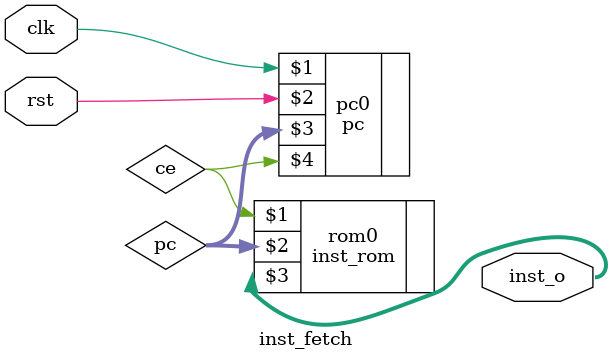
<source format=v>
`timescale 1ns / 1ps

module inst_fetch(
    input wire clk,
    input wire rst,
    output wire[31:0] inst_o
     );
     
     wire ce;
     wire[31:0] pc;
     pc pc0(clk,rst,pc,ce);
     inst_rom rom0(ce,pc,inst_o);
endmodule

</source>
